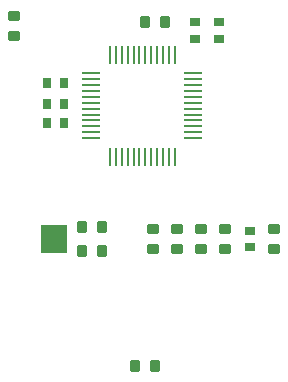
<source format=gtp>
G04*
G04 #@! TF.GenerationSoftware,Altium Limited,Altium Designer,21.6.4 (81)*
G04*
G04 Layer_Color=8421504*
%FSLAX25Y25*%
%MOIN*%
G70*
G04*
G04 #@! TF.SameCoordinates,15FEF366-9F57-466A-8581-DEE9C99B8A09*
G04*
G04*
G04 #@! TF.FilePolarity,Positive*
G04*
G01*
G75*
%ADD18R,0.08661X0.09606*%
%ADD19O,0.06096X0.00978*%
%ADD20O,0.00978X0.06096*%
G04:AMPARAMS|DCode=21|XSize=39.37mil|YSize=35.43mil|CornerRadius=4.43mil|HoleSize=0mil|Usage=FLASHONLY|Rotation=270.000|XOffset=0mil|YOffset=0mil|HoleType=Round|Shape=RoundedRectangle|*
%AMROUNDEDRECTD21*
21,1,0.03937,0.02657,0,0,270.0*
21,1,0.03051,0.03543,0,0,270.0*
1,1,0.00886,-0.01329,-0.01526*
1,1,0.00886,-0.01329,0.01526*
1,1,0.00886,0.01329,0.01526*
1,1,0.00886,0.01329,-0.01526*
%
%ADD21ROUNDEDRECTD21*%
G04:AMPARAMS|DCode=22|XSize=39.37mil|YSize=35.43mil|CornerRadius=4.43mil|HoleSize=0mil|Usage=FLASHONLY|Rotation=180.000|XOffset=0mil|YOffset=0mil|HoleType=Round|Shape=RoundedRectangle|*
%AMROUNDEDRECTD22*
21,1,0.03937,0.02657,0,0,180.0*
21,1,0.03051,0.03543,0,0,180.0*
1,1,0.00886,-0.01526,0.01329*
1,1,0.00886,0.01526,0.01329*
1,1,0.00886,0.01526,-0.01329*
1,1,0.00886,-0.01526,-0.01329*
%
%ADD22ROUNDEDRECTD22*%
%ADD23R,0.03740X0.02953*%
%ADD24R,0.05000X0.02500*%
%ADD25R,0.02953X0.03740*%
D18*
X68700Y101000D02*
D03*
D19*
X80972Y156327D02*
D03*
Y154358D02*
D03*
Y152390D02*
D03*
Y150421D02*
D03*
Y148453D02*
D03*
Y146484D02*
D03*
Y144516D02*
D03*
Y142547D02*
D03*
Y140579D02*
D03*
Y138610D02*
D03*
Y136642D02*
D03*
Y134673D02*
D03*
X115028D02*
D03*
Y136642D02*
D03*
Y138610D02*
D03*
Y140579D02*
D03*
Y142547D02*
D03*
Y144516D02*
D03*
Y146484D02*
D03*
Y148453D02*
D03*
Y150421D02*
D03*
Y152390D02*
D03*
Y154358D02*
D03*
Y156327D02*
D03*
D20*
X87173Y128472D02*
D03*
X89142D02*
D03*
X91110D02*
D03*
X93079D02*
D03*
X95047D02*
D03*
X97016D02*
D03*
X98984D02*
D03*
X100953D02*
D03*
X102921D02*
D03*
X104890D02*
D03*
X106858D02*
D03*
X108827D02*
D03*
Y162528D02*
D03*
X106858D02*
D03*
X104890D02*
D03*
X102921D02*
D03*
X100953D02*
D03*
X98984D02*
D03*
X97016D02*
D03*
X95047D02*
D03*
X93079D02*
D03*
X91110D02*
D03*
X89142D02*
D03*
X87173D02*
D03*
D21*
X105647Y173256D02*
D03*
X98953D02*
D03*
X95454Y58800D02*
D03*
X102146D02*
D03*
X77854Y97100D02*
D03*
X84547D02*
D03*
X84547Y104900D02*
D03*
X77854D02*
D03*
D22*
X55200Y168754D02*
D03*
Y175446D02*
D03*
X141800Y104347D02*
D03*
Y97654D02*
D03*
X125680D02*
D03*
Y104347D02*
D03*
X117620Y97654D02*
D03*
Y104347D02*
D03*
X109560Y97654D02*
D03*
Y104347D02*
D03*
X101500Y104347D02*
D03*
Y97654D02*
D03*
D23*
X123500Y173256D02*
D03*
Y167744D02*
D03*
X115500Y173256D02*
D03*
Y167744D02*
D03*
X133838Y103756D02*
D03*
Y98244D02*
D03*
D24*
X68700Y99378D02*
D03*
Y102622D02*
D03*
D25*
X71756Y146000D02*
D03*
X66244D02*
D03*
X71756Y153000D02*
D03*
X66244D02*
D03*
X71756Y139800D02*
D03*
X66244D02*
D03*
M02*

</source>
